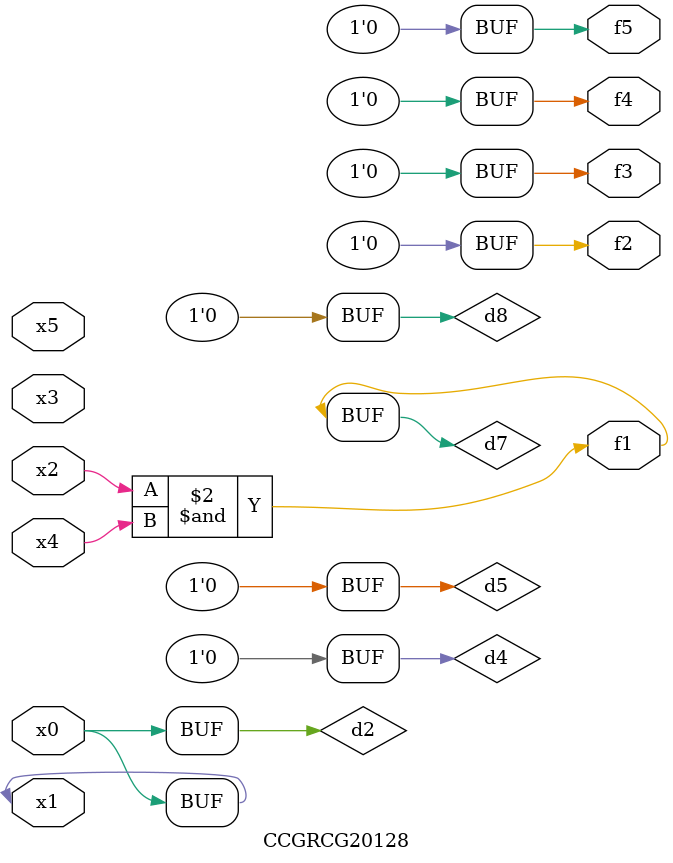
<source format=v>
module CCGRCG20128(
	input x0, x1, x2, x3, x4, x5,
	output f1, f2, f3, f4, f5
);

	wire d1, d2, d3, d4, d5, d6, d7, d8, d9;

	nand (d1, x1);
	buf (d2, x0, x1);
	nand (d3, x2, x4);
	and (d4, d1, d2);
	and (d5, d1, d2);
	nand (d6, d1, d3);
	not (d7, d3);
	xor (d8, d5);
	nor (d9, d5, d6);
	assign f1 = d7;
	assign f2 = d8;
	assign f3 = d8;
	assign f4 = d8;
	assign f5 = d8;
endmodule

</source>
